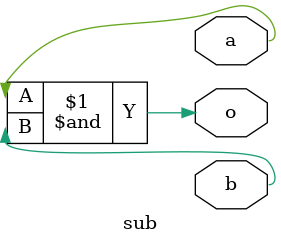
<source format=v>
module top (output topout, input topin);

  wire [3:0] o, a, b;

  sub #(.size(3)) mysub (o, a, b);   // size should be 4

endmodule

module sub (o, a, b);

  parameter size = 1;
  parameter delay = 1;

  output [size-1:0] o;
  output [size-1:0] a;
  output [size-1:0] b;

  assign #delay o = a & b;

endmodule

</source>
